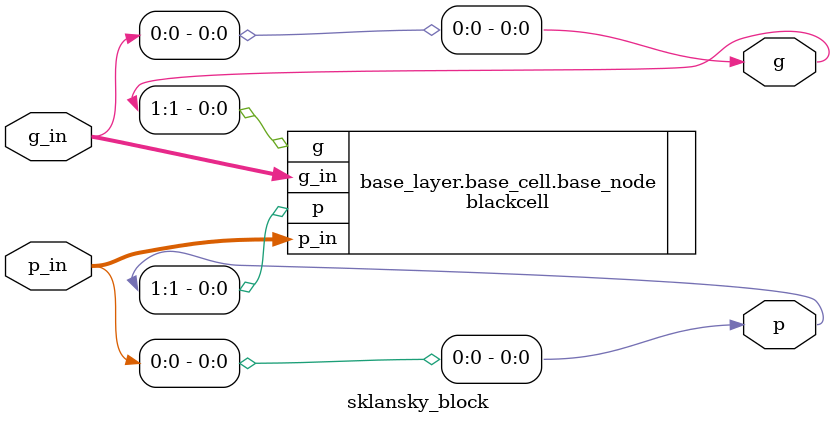
<source format=sv>
module sklansky_block #(
  parameter WIDTH = 2
) (
  input  logic [WIDTH-1:0] g_in, p_in,
  output logic [WIDTH-1:0] g, p
);
  localparam LOWER_WIDTH = 2 ** ($clog2(WIDTH) - 1); // Guaranteed to be a power of 2
  localparam UPPER_WIDTH = WIDTH - LOWER_WIDTH; // Not guaranteed to be a power of 2

  genvar i;
  generate
    if (LOWER_WIDTH > 1) begin : recurse_add_layer
      // New layer, new layer-specific interconect network
      logic [WIDTH-1:0] g_l, p_l;

      // Generate parent layers
      sklansky_block #(UPPER_WIDTH) upper_parent (
        .g_in(g_in[WIDTH-1:LOWER_WIDTH]),
        .p_in(p_in[WIDTH-1:LOWER_WIDTH]),
        .g(g_l[WIDTH-1:LOWER_WIDTH]),
        .p(p_l[WIDTH-1:LOWER_WIDTH])
      );
      sklansky_block #(LOWER_WIDTH) lower_parent (
        .g_in(g_in[LOWER_WIDTH-1:0]),
        .p_in(p_in[LOWER_WIDTH-1:0]),
        .g(g_l[LOWER_WIDTH-1:0]),
        .p(p_l[LOWER_WIDTH-1:0])
      );

      // Generate this layer's blackcells
      // - upper half get blackcells with RHS connected to top bit of lower half
      // - lower half get assigns/buffers
      for (i = 0; i < WIDTH; i += 1) begin : current_layer
        if (i < LOWER_WIDTH) begin : lower_wire
          assign g[i] = g_l[i];
          assign p[i] = p_l[i];
        end else begin : upper_cell
          blackcell upper_node (
            .g_in({g_l[i], g_l[LOWER_WIDTH-1]}),
            .p_in({p_l[i], p_l[LOWER_WIDTH-1]}),
            .g(g[i]),
            .p(p[i])
          );
        end
      end
    end else begin : base_layer
      if (WIDTH == 2) begin : base_cell
        blackcell base_node (
          .g_in(g_in[1:0]),
          .p_in(p_in[1:0]),
          .g(g[1]),
          .p(p[1])
        );
      end

      // TODO: should these be replaced with buffers? i.e. buf({g_in[0], p_in[0]}, {g[0], p[0]})
      assign g[0] = g_in[0];
      assign p[0] = p_in[0];
    end
  endgenerate

endmodule

</source>
